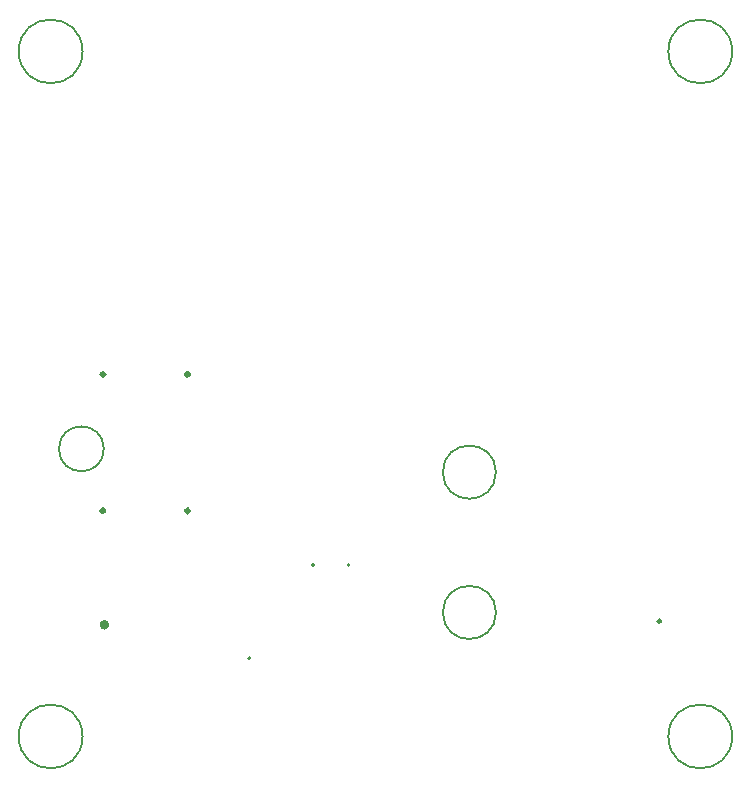
<source format=gbr>
%TF.GenerationSoftware,KiCad,Pcbnew,9.0.0*%
%TF.CreationDate,2025-06-30T18:18:02+02:00*%
%TF.ProjectId,CM5_MINIMA_3,434d355f-4d49-44e4-994d-415f332e6b69,2*%
%TF.SameCoordinates,Original*%
%TF.FileFunction,Other,Comment*%
%FSLAX46Y46*%
G04 Gerber Fmt 4.6, Leading zero omitted, Abs format (unit mm)*
G04 Created by KiCad (PCBNEW 9.0.0) date 2025-06-30 18:18:02*
%MOMM*%
%LPD*%
G01*
G04 APERTURE LIST*
%ADD10C,0.200000*%
%ADD11C,0.150000*%
%ADD12C,0.300000*%
%ADD13C,0.400000*%
%ADD14C,0.250000*%
G04 APERTURE END LIST*
D10*
%TO.C,D401*%
X22320000Y14520000D02*
G75*
G02*
X22120000Y14520000I-100000J0D01*
G01*
X22120000Y14520000D02*
G75*
G02*
X22320000Y14520000I100000J0D01*
G01*
D11*
%TO.C,M701*%
X37700000Y22375000D02*
G75*
G02*
X33200000Y22375000I-2250000J0D01*
G01*
X33200000Y22375000D02*
G75*
G02*
X37700000Y22375000I2250000J0D01*
G01*
%TO.C,H105*%
X2700000Y0D02*
G75*
G02*
X-2700000Y0I-2700000J0D01*
G01*
X-2700000Y0D02*
G75*
G02*
X2700000Y0I2700000J0D01*
G01*
%TO.C,M702*%
X37700000Y10500000D02*
G75*
G02*
X33200000Y10500000I-2250000J0D01*
G01*
X33200000Y10500000D02*
G75*
G02*
X37700000Y10500000I2250000J0D01*
G01*
%TO.C,H103*%
X57700000Y58000000D02*
G75*
G02*
X52300000Y58000000I-2700000J0D01*
G01*
X52300000Y58000000D02*
G75*
G02*
X57700000Y58000000I2700000J0D01*
G01*
%TO.C,H101*%
X4500000Y24350000D02*
G75*
G02*
X700000Y24350000I-1900000J0D01*
G01*
X700000Y24350000D02*
G75*
G02*
X4500000Y24350000I1900000J0D01*
G01*
D12*
%TO.C,J101*%
X4570000Y30650000D02*
G75*
G02*
X4270000Y30650000I-150000J0D01*
G01*
X4270000Y30650000D02*
G75*
G02*
X4570000Y30650000I150000J0D01*
G01*
X11730000Y30650000D02*
G75*
G02*
X11430000Y30650000I-150000J0D01*
G01*
X11430000Y30650000D02*
G75*
G02*
X11730000Y30650000I150000J0D01*
G01*
D10*
%TO.C,D402*%
X25320000Y14520000D02*
G75*
G02*
X25120000Y14520000I-100000J0D01*
G01*
X25120000Y14520000D02*
G75*
G02*
X25320000Y14520000I100000J0D01*
G01*
D11*
%TO.C,H104*%
X57700000Y0D02*
G75*
G02*
X52300000Y0I-2700000J0D01*
G01*
X52300000Y0D02*
G75*
G02*
X57700000Y0I2700000J0D01*
G01*
D12*
%TO.C,USB701*%
X4570000Y19100000D02*
G75*
G02*
X4270000Y19100000I-150000J0D01*
G01*
X4270000Y19100000D02*
G75*
G02*
X4570000Y19100000I150000J0D01*
G01*
X11730000Y19100000D02*
G75*
G02*
X11430000Y19100000I-150000J0D01*
G01*
X11430000Y19100000D02*
G75*
G02*
X11730000Y19100000I150000J0D01*
G01*
D11*
%TO.C,H102*%
X2700000Y58000000D02*
G75*
G02*
X-2700000Y58000000I-2700000J0D01*
G01*
X-2700000Y58000000D02*
G75*
G02*
X2700000Y58000000I2700000J0D01*
G01*
D13*
%TO.C,CN1*%
X4750000Y9460000D02*
G75*
G02*
X4350000Y9460000I-200000J0D01*
G01*
X4350000Y9460000D02*
G75*
G02*
X4750000Y9460000I200000J0D01*
G01*
D10*
%TO.C,D403*%
X16900000Y6620000D02*
G75*
G02*
X16700000Y6620000I-100000J0D01*
G01*
X16700000Y6620000D02*
G75*
G02*
X16900000Y6620000I100000J0D01*
G01*
D14*
%TO.C,SW101*%
X51660000Y9750000D02*
G75*
G02*
X51400000Y9750000I-130000J0D01*
G01*
X51400000Y9750000D02*
G75*
G02*
X51660000Y9750000I130000J0D01*
G01*
%TD*%
M02*

</source>
